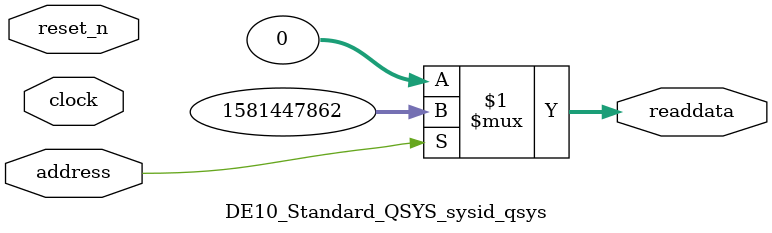
<source format=v>



// synthesis translate_off
`timescale 1ns / 1ps
// synthesis translate_on

// turn off superfluous verilog processor warnings 
// altera message_level Level1 
// altera message_off 10034 10035 10036 10037 10230 10240 10030 

module DE10_Standard_QSYS_sysid_qsys (
               // inputs:
                address,
                clock,
                reset_n,

               // outputs:
                readdata
             )
;

  output  [ 31: 0] readdata;
  input            address;
  input            clock;
  input            reset_n;

  wire    [ 31: 0] readdata;
  //control_slave, which is an e_avalon_slave
  assign readdata = address ? 1581447862 : 0;

endmodule



</source>
